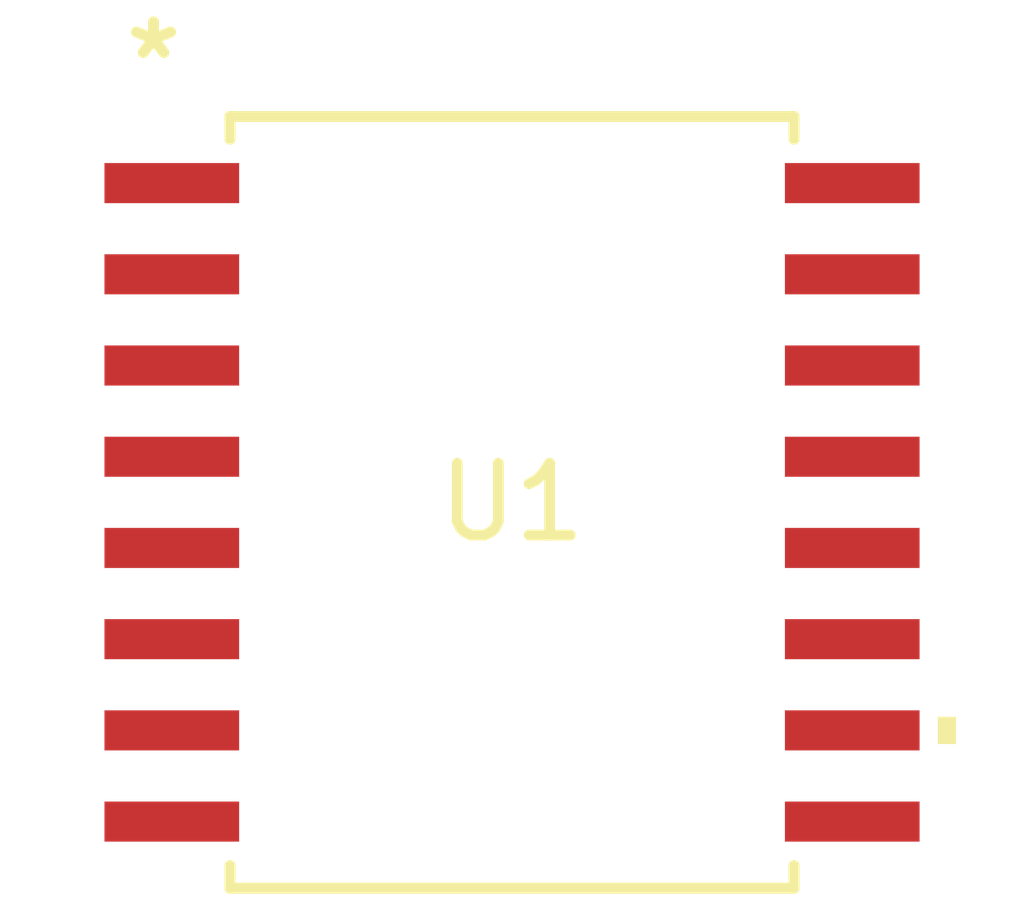
<source format=kicad_pcb>
(kicad_pcb (version 20240108) (generator "pcbnew") (generator_version "8.0")
  (layers (0 "F.Cu" signal) (31 "B.Cu" signal) (34 "B.Paste" user) (35 "F.Paste" user) (36 "B.SilkS" user "B.Silkscreen") (37 "F.SilkS" user "F.Silkscreen") (38 "B.Mask" user) (39 "F.Mask" user) (44 "Edge.Cuts" user))
  (net 0 "")
  (footprint "Gate_Driver:SOIC16_DW_TEX" (layer "F.Cu") (at 66.385699 41.275)
    (property "Reference" "U1" (at 0 0 0) (layer "F.SilkS"))
    (property "Value" "UCC21738QDWRQ1")
    (fp_line (start -3.9243 -5.3721) (end -3.9243 -5.05674) (stroke (width 0.1524)) (layer "F.SilkS"))
    (fp_line (start -3.9243 5.05674) (end -3.9243 5.3721) (stroke (width 0.1524)) (layer "F.SilkS"))
    (fp_line (start -3.9243 5.3721) (end 3.9243 5.3721) (stroke (width 0.1524)) (layer "F.SilkS"))
    (fp_line (start 3.9243 -5.3721) (end -3.9243 -5.3721) (stroke (width 0.1524)) (layer "F.SilkS"))
    (fp_line (start 3.9243 -5.05674) (end 3.9243 -5.3721) (stroke (width 0.1524)) (layer "F.SilkS"))
    (fp_line (start 3.9243 5.3721) (end 3.9243 5.05674) (stroke (width 0.1524)) (layer "F.SilkS"))
    (fp_poly (pts (xy 6.179299 2.9845) (xy 6.179299 3.3655) (xy 5.925299 3.3655) (xy 5.925299 2.9845)) (fill solid) (layer "F.SilkS"))
    (fp_text user "*" (at -4.9883 -6.146 0) (layer "F.SilkS"))
    (fp_text user "*" (at -4.9883 -6.146 0) (layer "F.SilkS"))
    (pad "1" smd rect (at -4.734301 -4.445) (size 1.873999 0.558) (layers "F.Cu" "F.Paste" "F.Mask"))
    (pad "2" smd rect (at -4.734301 -3.175) (size 1.873999 0.558) (layers "F.Cu" "F.Paste" "F.Mask"))
    (pad "3" smd rect (at -4.734301 -1.905) (size 1.873999 0.558) (layers "F.Cu" "F.Paste" "F.Mask"))
    (pad "4" smd rect (at -4.734301 -0.635) (size 1.873999 0.558) (layers "F.Cu" "F.Paste" "F.Mask"))
    (pad "5" smd rect (at -4.734301 0.635) (size 1.873999 0.558) (layers "F.Cu" "F.Paste" "F.Mask"))
    (pad "6" smd rect (at -4.734301 1.905) (size 1.873999 0.558) (layers "F.Cu" "F.Paste" "F.Mask"))
    (pad "7" smd rect (at -4.734301 3.175) (size 1.873999 0.558) (layers "F.Cu" "F.Paste" "F.Mask"))
    (pad "8" smd rect (at -4.734301 4.445) (size 1.873999 0.558) (layers "F.Cu" "F.Paste" "F.Mask"))
    (pad "9" smd rect (at 4.734301 4.445) (size 1.873999 0.558) (layers "F.Cu" "F.Paste" "F.Mask"))
    (pad "10" smd rect (at 4.734301 3.175) (size 1.873999 0.558) (layers "F.Cu" "F.Paste" "F.Mask"))
    (pad "11" smd rect (at 4.734301 1.905) (size 1.873999 0.558) (layers "F.Cu" "F.Paste" "F.Mask"))
    (pad "12" smd rect (at 4.734301 0.635) (size 1.873999 0.558) (layers "F.Cu" "F.Paste" "F.Mask"))
    (pad "13" smd rect (at 4.734301 -0.635) (size 1.873999 0.558) (layers "F.Cu" "F.Paste" "F.Mask"))
    (pad "14" smd rect (at 4.734301 -1.905) (size 1.873999 0.558) (layers "F.Cu" "F.Paste" "F.Mask"))
    (pad "15" smd rect (at 4.734301 -3.175) (size 1.873999 0.558) (layers "F.Cu" "F.Paste" "F.Mask"))
    (pad "16" smd rect (at 4.734301 -4.445) (size 1.873999 0.558) (layers "F.Cu" "F.Paste" "F.Mask"))
  )
)
</source>
